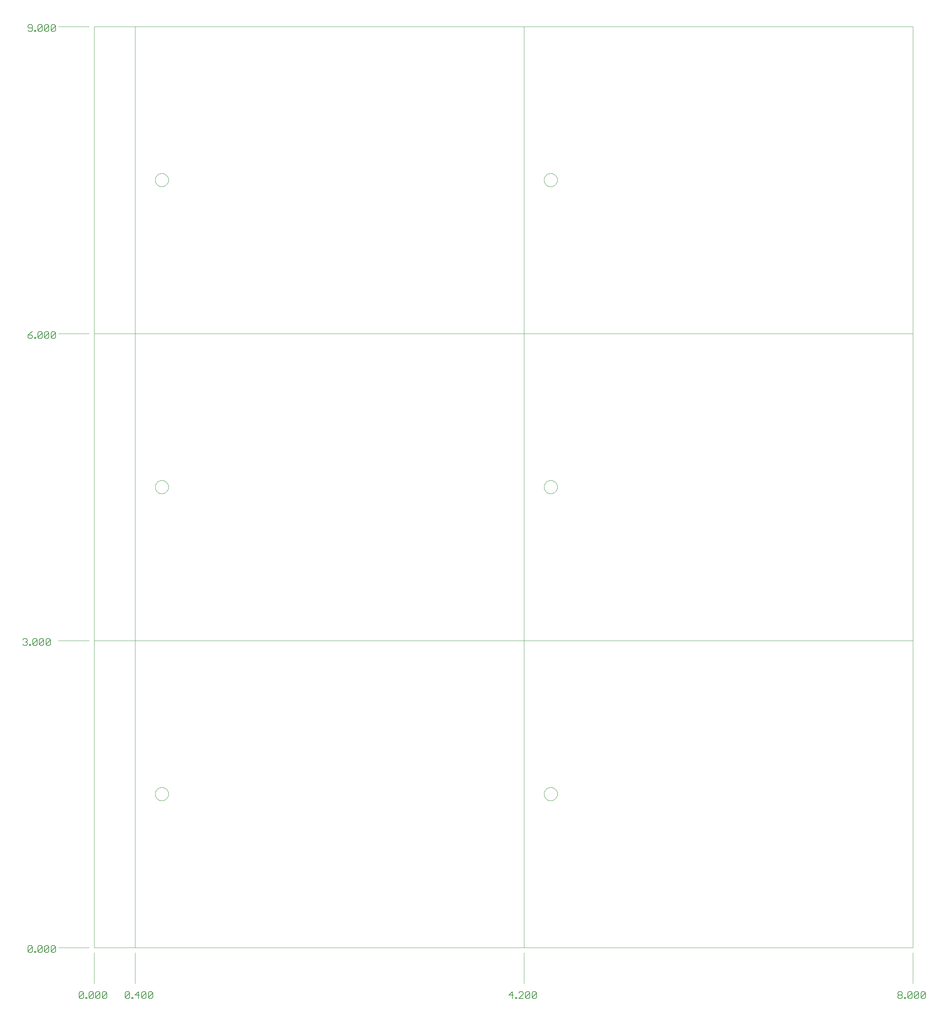
<source format=gbr>
G75*
G70*
%OFA0B0*%
%FSLAX24Y24*%
%IPPOS*%
%LPD*%
%AMOC8*
5,1,8,0,0,1.08239X$1,22.5*
%
%ADD10C,0.0000*%
%ADD11C,0.0060*%
D10*
X003837Y005342D02*
X006837Y005342D01*
X007337Y005342D02*
X011337Y005342D01*
X011337Y035342D01*
X007337Y035342D01*
X007337Y005342D01*
X007337Y004842D02*
X007337Y001842D01*
X011337Y001842D02*
X011337Y004842D01*
X011337Y005342D02*
X049337Y005342D01*
X049337Y035342D01*
X049337Y065342D01*
X049337Y095342D01*
X087337Y095342D01*
X087337Y065342D01*
X049337Y065342D01*
X011337Y065342D01*
X007337Y065342D01*
X007337Y035342D01*
X006837Y035342D02*
X003837Y035342D01*
X011337Y035342D02*
X011337Y065342D01*
X011337Y095342D01*
X007337Y095342D01*
X007337Y065342D01*
X006837Y065342D02*
X003837Y065342D01*
X013287Y080342D02*
X013290Y080401D01*
X013298Y080460D01*
X013311Y080517D01*
X013330Y080574D01*
X013353Y080628D01*
X013382Y080680D01*
X013415Y080729D01*
X013452Y080775D01*
X013493Y080817D01*
X013538Y080855D01*
X013587Y080890D01*
X013638Y080919D01*
X013692Y080944D01*
X013747Y080964D01*
X013805Y080978D01*
X013863Y080988D01*
X013922Y080992D01*
X013981Y080990D01*
X014040Y080984D01*
X014098Y080972D01*
X014155Y080954D01*
X014209Y080932D01*
X014262Y080905D01*
X014312Y080873D01*
X014359Y080837D01*
X014402Y080796D01*
X014441Y080752D01*
X014476Y080705D01*
X014507Y080654D01*
X014533Y080601D01*
X014554Y080546D01*
X014570Y080489D01*
X014581Y080431D01*
X014586Y080372D01*
X014586Y080312D01*
X014581Y080253D01*
X014570Y080195D01*
X014554Y080138D01*
X014533Y080083D01*
X014507Y080030D01*
X014476Y079979D01*
X014441Y079932D01*
X014402Y079888D01*
X014359Y079847D01*
X014312Y079811D01*
X014262Y079779D01*
X014209Y079752D01*
X014155Y079730D01*
X014098Y079712D01*
X014040Y079700D01*
X013981Y079694D01*
X013922Y079692D01*
X013863Y079696D01*
X013805Y079706D01*
X013747Y079720D01*
X013692Y079740D01*
X013638Y079765D01*
X013587Y079794D01*
X013538Y079829D01*
X013493Y079867D01*
X013452Y079909D01*
X013415Y079955D01*
X013382Y080004D01*
X013353Y080056D01*
X013330Y080110D01*
X013311Y080167D01*
X013298Y080224D01*
X013290Y080283D01*
X013287Y080342D01*
X011337Y095342D02*
X049337Y095342D01*
X051287Y080342D02*
X051290Y080401D01*
X051298Y080460D01*
X051311Y080517D01*
X051330Y080574D01*
X051353Y080628D01*
X051382Y080680D01*
X051415Y080729D01*
X051452Y080775D01*
X051493Y080817D01*
X051538Y080855D01*
X051587Y080890D01*
X051638Y080919D01*
X051692Y080944D01*
X051747Y080964D01*
X051805Y080978D01*
X051863Y080988D01*
X051922Y080992D01*
X051981Y080990D01*
X052040Y080984D01*
X052098Y080972D01*
X052155Y080954D01*
X052209Y080932D01*
X052262Y080905D01*
X052312Y080873D01*
X052359Y080837D01*
X052402Y080796D01*
X052441Y080752D01*
X052476Y080705D01*
X052507Y080654D01*
X052533Y080601D01*
X052554Y080546D01*
X052570Y080489D01*
X052581Y080431D01*
X052586Y080372D01*
X052586Y080312D01*
X052581Y080253D01*
X052570Y080195D01*
X052554Y080138D01*
X052533Y080083D01*
X052507Y080030D01*
X052476Y079979D01*
X052441Y079932D01*
X052402Y079888D01*
X052359Y079847D01*
X052312Y079811D01*
X052262Y079779D01*
X052209Y079752D01*
X052155Y079730D01*
X052098Y079712D01*
X052040Y079700D01*
X051981Y079694D01*
X051922Y079692D01*
X051863Y079696D01*
X051805Y079706D01*
X051747Y079720D01*
X051692Y079740D01*
X051638Y079765D01*
X051587Y079794D01*
X051538Y079829D01*
X051493Y079867D01*
X051452Y079909D01*
X051415Y079955D01*
X051382Y080004D01*
X051353Y080056D01*
X051330Y080110D01*
X051311Y080167D01*
X051298Y080224D01*
X051290Y080283D01*
X051287Y080342D01*
X051287Y050342D02*
X051290Y050401D01*
X051298Y050460D01*
X051311Y050517D01*
X051330Y050574D01*
X051353Y050628D01*
X051382Y050680D01*
X051415Y050729D01*
X051452Y050775D01*
X051493Y050817D01*
X051538Y050855D01*
X051587Y050890D01*
X051638Y050919D01*
X051692Y050944D01*
X051747Y050964D01*
X051805Y050978D01*
X051863Y050988D01*
X051922Y050992D01*
X051981Y050990D01*
X052040Y050984D01*
X052098Y050972D01*
X052155Y050954D01*
X052209Y050932D01*
X052262Y050905D01*
X052312Y050873D01*
X052359Y050837D01*
X052402Y050796D01*
X052441Y050752D01*
X052476Y050705D01*
X052507Y050654D01*
X052533Y050601D01*
X052554Y050546D01*
X052570Y050489D01*
X052581Y050431D01*
X052586Y050372D01*
X052586Y050312D01*
X052581Y050253D01*
X052570Y050195D01*
X052554Y050138D01*
X052533Y050083D01*
X052507Y050030D01*
X052476Y049979D01*
X052441Y049932D01*
X052402Y049888D01*
X052359Y049847D01*
X052312Y049811D01*
X052262Y049779D01*
X052209Y049752D01*
X052155Y049730D01*
X052098Y049712D01*
X052040Y049700D01*
X051981Y049694D01*
X051922Y049692D01*
X051863Y049696D01*
X051805Y049706D01*
X051747Y049720D01*
X051692Y049740D01*
X051638Y049765D01*
X051587Y049794D01*
X051538Y049829D01*
X051493Y049867D01*
X051452Y049909D01*
X051415Y049955D01*
X051382Y050004D01*
X051353Y050056D01*
X051330Y050110D01*
X051311Y050167D01*
X051298Y050224D01*
X051290Y050283D01*
X051287Y050342D01*
X049337Y035342D02*
X087337Y035342D01*
X087337Y065342D01*
X087337Y035342D02*
X087337Y005342D01*
X049337Y005342D01*
X049337Y004842D02*
X049337Y001842D01*
X051287Y020342D02*
X051290Y020401D01*
X051298Y020460D01*
X051311Y020517D01*
X051330Y020574D01*
X051353Y020628D01*
X051382Y020680D01*
X051415Y020729D01*
X051452Y020775D01*
X051493Y020817D01*
X051538Y020855D01*
X051587Y020890D01*
X051638Y020919D01*
X051692Y020944D01*
X051747Y020964D01*
X051805Y020978D01*
X051863Y020988D01*
X051922Y020992D01*
X051981Y020990D01*
X052040Y020984D01*
X052098Y020972D01*
X052155Y020954D01*
X052209Y020932D01*
X052262Y020905D01*
X052312Y020873D01*
X052359Y020837D01*
X052402Y020796D01*
X052441Y020752D01*
X052476Y020705D01*
X052507Y020654D01*
X052533Y020601D01*
X052554Y020546D01*
X052570Y020489D01*
X052581Y020431D01*
X052586Y020372D01*
X052586Y020312D01*
X052581Y020253D01*
X052570Y020195D01*
X052554Y020138D01*
X052533Y020083D01*
X052507Y020030D01*
X052476Y019979D01*
X052441Y019932D01*
X052402Y019888D01*
X052359Y019847D01*
X052312Y019811D01*
X052262Y019779D01*
X052209Y019752D01*
X052155Y019730D01*
X052098Y019712D01*
X052040Y019700D01*
X051981Y019694D01*
X051922Y019692D01*
X051863Y019696D01*
X051805Y019706D01*
X051747Y019720D01*
X051692Y019740D01*
X051638Y019765D01*
X051587Y019794D01*
X051538Y019829D01*
X051493Y019867D01*
X051452Y019909D01*
X051415Y019955D01*
X051382Y020004D01*
X051353Y020056D01*
X051330Y020110D01*
X051311Y020167D01*
X051298Y020224D01*
X051290Y020283D01*
X051287Y020342D01*
X049337Y035342D02*
X011337Y035342D01*
X013287Y050342D02*
X013290Y050401D01*
X013298Y050460D01*
X013311Y050517D01*
X013330Y050574D01*
X013353Y050628D01*
X013382Y050680D01*
X013415Y050729D01*
X013452Y050775D01*
X013493Y050817D01*
X013538Y050855D01*
X013587Y050890D01*
X013638Y050919D01*
X013692Y050944D01*
X013747Y050964D01*
X013805Y050978D01*
X013863Y050988D01*
X013922Y050992D01*
X013981Y050990D01*
X014040Y050984D01*
X014098Y050972D01*
X014155Y050954D01*
X014209Y050932D01*
X014262Y050905D01*
X014312Y050873D01*
X014359Y050837D01*
X014402Y050796D01*
X014441Y050752D01*
X014476Y050705D01*
X014507Y050654D01*
X014533Y050601D01*
X014554Y050546D01*
X014570Y050489D01*
X014581Y050431D01*
X014586Y050372D01*
X014586Y050312D01*
X014581Y050253D01*
X014570Y050195D01*
X014554Y050138D01*
X014533Y050083D01*
X014507Y050030D01*
X014476Y049979D01*
X014441Y049932D01*
X014402Y049888D01*
X014359Y049847D01*
X014312Y049811D01*
X014262Y049779D01*
X014209Y049752D01*
X014155Y049730D01*
X014098Y049712D01*
X014040Y049700D01*
X013981Y049694D01*
X013922Y049692D01*
X013863Y049696D01*
X013805Y049706D01*
X013747Y049720D01*
X013692Y049740D01*
X013638Y049765D01*
X013587Y049794D01*
X013538Y049829D01*
X013493Y049867D01*
X013452Y049909D01*
X013415Y049955D01*
X013382Y050004D01*
X013353Y050056D01*
X013330Y050110D01*
X013311Y050167D01*
X013298Y050224D01*
X013290Y050283D01*
X013287Y050342D01*
X013287Y020342D02*
X013290Y020401D01*
X013298Y020460D01*
X013311Y020517D01*
X013330Y020574D01*
X013353Y020628D01*
X013382Y020680D01*
X013415Y020729D01*
X013452Y020775D01*
X013493Y020817D01*
X013538Y020855D01*
X013587Y020890D01*
X013638Y020919D01*
X013692Y020944D01*
X013747Y020964D01*
X013805Y020978D01*
X013863Y020988D01*
X013922Y020992D01*
X013981Y020990D01*
X014040Y020984D01*
X014098Y020972D01*
X014155Y020954D01*
X014209Y020932D01*
X014262Y020905D01*
X014312Y020873D01*
X014359Y020837D01*
X014402Y020796D01*
X014441Y020752D01*
X014476Y020705D01*
X014507Y020654D01*
X014533Y020601D01*
X014554Y020546D01*
X014570Y020489D01*
X014581Y020431D01*
X014586Y020372D01*
X014586Y020312D01*
X014581Y020253D01*
X014570Y020195D01*
X014554Y020138D01*
X014533Y020083D01*
X014507Y020030D01*
X014476Y019979D01*
X014441Y019932D01*
X014402Y019888D01*
X014359Y019847D01*
X014312Y019811D01*
X014262Y019779D01*
X014209Y019752D01*
X014155Y019730D01*
X014098Y019712D01*
X014040Y019700D01*
X013981Y019694D01*
X013922Y019692D01*
X013863Y019696D01*
X013805Y019706D01*
X013747Y019720D01*
X013692Y019740D01*
X013638Y019765D01*
X013587Y019794D01*
X013538Y019829D01*
X013493Y019867D01*
X013452Y019909D01*
X013415Y019955D01*
X013382Y020004D01*
X013353Y020056D01*
X013330Y020110D01*
X013311Y020167D01*
X013298Y020224D01*
X013290Y020283D01*
X013287Y020342D01*
X006837Y095342D02*
X003837Y095342D01*
X087337Y004842D02*
X087337Y001842D01*
D11*
X000974Y004872D02*
X000867Y004978D01*
X001294Y005406D01*
X001294Y004978D01*
X001188Y004872D01*
X000974Y004872D01*
X000867Y004978D02*
X000867Y005406D01*
X000974Y005512D01*
X001188Y005512D01*
X001294Y005406D01*
X001512Y004978D02*
X001619Y004978D01*
X001619Y004872D01*
X001512Y004872D01*
X001512Y004978D01*
X001834Y004978D02*
X001941Y004872D01*
X002154Y004872D01*
X002261Y004978D01*
X002261Y005406D01*
X001834Y004978D01*
X001834Y005406D01*
X001941Y005512D01*
X002154Y005512D01*
X002261Y005406D01*
X002479Y005406D02*
X002585Y005512D01*
X002799Y005512D01*
X002906Y005406D01*
X002479Y004978D01*
X002585Y004872D01*
X002799Y004872D01*
X002906Y004978D01*
X002906Y005406D01*
X003123Y005406D02*
X003230Y005512D01*
X003443Y005512D01*
X003550Y005406D01*
X003123Y004978D01*
X003230Y004872D01*
X003443Y004872D01*
X003550Y004978D01*
X003550Y005406D01*
X003123Y005406D02*
X003123Y004978D01*
X002479Y004978D02*
X002479Y005406D01*
X005974Y001012D02*
X006188Y001012D01*
X006294Y000906D01*
X005867Y000478D01*
X005974Y000372D01*
X006188Y000372D01*
X006294Y000478D01*
X006294Y000906D01*
X005974Y001012D02*
X005867Y000906D01*
X005867Y000478D01*
X006512Y000478D02*
X006619Y000478D01*
X006619Y000372D01*
X006512Y000372D01*
X006512Y000478D01*
X006834Y000478D02*
X007261Y000906D01*
X007261Y000478D01*
X007154Y000372D01*
X006941Y000372D01*
X006834Y000478D01*
X006834Y000906D01*
X006941Y001012D01*
X007154Y001012D01*
X007261Y000906D01*
X007479Y000906D02*
X007585Y001012D01*
X007799Y001012D01*
X007906Y000906D01*
X007479Y000478D01*
X007585Y000372D01*
X007799Y000372D01*
X007906Y000478D01*
X007906Y000906D01*
X008123Y000906D02*
X008230Y001012D01*
X008443Y001012D01*
X008550Y000906D01*
X008123Y000478D01*
X008230Y000372D01*
X008443Y000372D01*
X008550Y000478D01*
X008550Y000906D01*
X008123Y000906D02*
X008123Y000478D01*
X007479Y000478D02*
X007479Y000906D01*
X010367Y000906D02*
X010474Y001012D01*
X010688Y001012D01*
X010794Y000906D01*
X010367Y000478D01*
X010474Y000372D01*
X010688Y000372D01*
X010794Y000478D01*
X010794Y000906D01*
X010367Y000906D02*
X010367Y000478D01*
X011012Y000478D02*
X011119Y000478D01*
X011119Y000372D01*
X011012Y000372D01*
X011012Y000478D01*
X011334Y000692D02*
X011761Y000692D01*
X011979Y000906D02*
X012085Y001012D01*
X012299Y001012D01*
X012406Y000906D01*
X011979Y000478D01*
X012085Y000372D01*
X012299Y000372D01*
X012406Y000478D01*
X012406Y000906D01*
X012623Y000906D02*
X012730Y001012D01*
X012943Y001012D01*
X013050Y000906D01*
X012623Y000478D01*
X012730Y000372D01*
X012943Y000372D01*
X013050Y000478D01*
X013050Y000906D01*
X012623Y000906D02*
X012623Y000478D01*
X011979Y000478D02*
X011979Y000906D01*
X011654Y001012D02*
X011654Y000372D01*
X011334Y000692D02*
X011654Y001012D01*
X002943Y034872D02*
X002730Y034872D01*
X002623Y034978D01*
X003050Y035406D01*
X003050Y034978D01*
X002943Y034872D01*
X002623Y034978D02*
X002623Y035406D01*
X002730Y035512D01*
X002943Y035512D01*
X003050Y035406D01*
X002406Y035406D02*
X001979Y034978D01*
X002085Y034872D01*
X002299Y034872D01*
X002406Y034978D01*
X002406Y035406D01*
X002299Y035512D01*
X002085Y035512D01*
X001979Y035406D01*
X001979Y034978D01*
X001761Y034978D02*
X001654Y034872D01*
X001441Y034872D01*
X001334Y034978D01*
X001761Y035406D01*
X001761Y034978D01*
X001334Y034978D02*
X001334Y035406D01*
X001441Y035512D01*
X001654Y035512D01*
X001761Y035406D01*
X001119Y034978D02*
X001119Y034872D01*
X001012Y034872D01*
X001012Y034978D01*
X001119Y034978D01*
X000794Y034978D02*
X000688Y034872D01*
X000474Y034872D01*
X000367Y034978D01*
X000581Y035192D02*
X000688Y035192D01*
X000794Y035085D01*
X000794Y034978D01*
X000688Y035192D02*
X000794Y035299D01*
X000794Y035406D01*
X000688Y035512D01*
X000474Y035512D01*
X000367Y035406D01*
X000974Y064872D02*
X000867Y064978D01*
X000867Y065192D01*
X001188Y065192D01*
X001294Y065085D01*
X001294Y064978D01*
X001188Y064872D01*
X000974Y064872D01*
X000867Y065192D02*
X001081Y065406D01*
X001294Y065512D01*
X001834Y065406D02*
X001941Y065512D01*
X002154Y065512D01*
X002261Y065406D01*
X001834Y064978D01*
X001941Y064872D01*
X002154Y064872D01*
X002261Y064978D01*
X002261Y065406D01*
X002479Y065406D02*
X002585Y065512D01*
X002799Y065512D01*
X002906Y065406D01*
X002479Y064978D01*
X002585Y064872D01*
X002799Y064872D01*
X002906Y064978D01*
X002906Y065406D01*
X003123Y065406D02*
X003230Y065512D01*
X003443Y065512D01*
X003550Y065406D01*
X003123Y064978D01*
X003230Y064872D01*
X003443Y064872D01*
X003550Y064978D01*
X003550Y065406D01*
X003123Y065406D02*
X003123Y064978D01*
X002479Y064978D02*
X002479Y065406D01*
X001834Y065406D02*
X001834Y064978D01*
X001619Y064978D02*
X001619Y064872D01*
X001512Y064872D01*
X001512Y064978D01*
X001619Y064978D01*
X001619Y094872D02*
X001512Y094872D01*
X001512Y094978D01*
X001619Y094978D01*
X001619Y094872D01*
X001834Y094978D02*
X002261Y095406D01*
X002261Y094978D01*
X002154Y094872D01*
X001941Y094872D01*
X001834Y094978D01*
X001834Y095406D01*
X001941Y095512D01*
X002154Y095512D01*
X002261Y095406D01*
X002479Y095406D02*
X002585Y095512D01*
X002799Y095512D01*
X002906Y095406D01*
X002479Y094978D01*
X002585Y094872D01*
X002799Y094872D01*
X002906Y094978D01*
X002906Y095406D01*
X003123Y095406D02*
X003230Y095512D01*
X003443Y095512D01*
X003550Y095406D01*
X003123Y094978D01*
X003230Y094872D01*
X003443Y094872D01*
X003550Y094978D01*
X003550Y095406D01*
X003123Y095406D02*
X003123Y094978D01*
X002479Y094978D02*
X002479Y095406D01*
X001294Y095406D02*
X001188Y095512D01*
X000974Y095512D01*
X000867Y095406D01*
X000867Y095299D01*
X000974Y095192D01*
X001294Y095192D01*
X001294Y094978D02*
X001294Y095406D01*
X001294Y094978D02*
X001188Y094872D01*
X000974Y094872D01*
X000867Y094978D01*
X048188Y001012D02*
X047867Y000692D01*
X048294Y000692D01*
X048512Y000478D02*
X048619Y000478D01*
X048619Y000372D01*
X048512Y000372D01*
X048512Y000478D01*
X048834Y000372D02*
X049261Y000799D01*
X049261Y000906D01*
X049154Y001012D01*
X048941Y001012D01*
X048834Y000906D01*
X048834Y000372D02*
X049261Y000372D01*
X049479Y000478D02*
X049906Y000906D01*
X049906Y000478D01*
X049799Y000372D01*
X049585Y000372D01*
X049479Y000478D01*
X049479Y000906D01*
X049585Y001012D01*
X049799Y001012D01*
X049906Y000906D01*
X050123Y000906D02*
X050230Y001012D01*
X050443Y001012D01*
X050550Y000906D01*
X050123Y000478D01*
X050230Y000372D01*
X050443Y000372D01*
X050550Y000478D01*
X050550Y000906D01*
X050123Y000906D02*
X050123Y000478D01*
X048188Y000372D02*
X048188Y001012D01*
X085867Y000799D02*
X085867Y000906D01*
X085974Y001012D01*
X086188Y001012D01*
X086294Y000906D01*
X086294Y000799D01*
X086188Y000692D01*
X085974Y000692D01*
X085867Y000799D01*
X085974Y000692D02*
X085867Y000585D01*
X085867Y000478D01*
X085974Y000372D01*
X086188Y000372D01*
X086294Y000478D01*
X086294Y000585D01*
X086188Y000692D01*
X086512Y000478D02*
X086619Y000478D01*
X086619Y000372D01*
X086512Y000372D01*
X086512Y000478D01*
X086834Y000478D02*
X087261Y000906D01*
X087261Y000478D01*
X087154Y000372D01*
X086941Y000372D01*
X086834Y000478D01*
X086834Y000906D01*
X086941Y001012D01*
X087154Y001012D01*
X087261Y000906D01*
X087479Y000906D02*
X087585Y001012D01*
X087799Y001012D01*
X087906Y000906D01*
X087479Y000478D01*
X087585Y000372D01*
X087799Y000372D01*
X087906Y000478D01*
X087906Y000906D01*
X088123Y000906D02*
X088230Y001012D01*
X088443Y001012D01*
X088550Y000906D01*
X088123Y000478D01*
X088230Y000372D01*
X088443Y000372D01*
X088550Y000478D01*
X088550Y000906D01*
X088123Y000906D02*
X088123Y000478D01*
X087479Y000478D02*
X087479Y000906D01*
M02*

</source>
